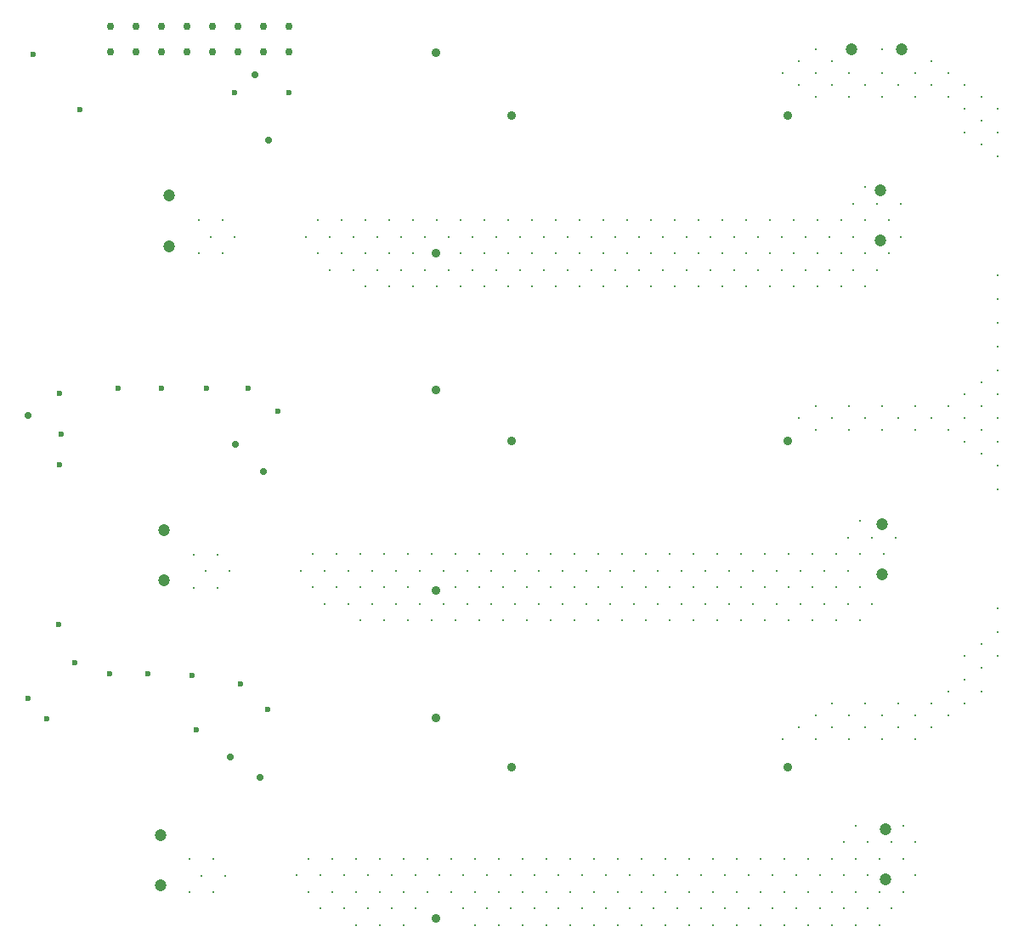
<source format=gbr>
G04 Layer_Color=0*
%FSLAX26Y26*%
%MOIN*%
%TF.FileFunction,Plated,1,2,PTH,Drill*%
%TF.Part,Single*%
G01*
G75*
%TA.AperFunction,ComponentDrill*%
%ADD49C,0.035433*%
%ADD50C,0.035433*%
%ADD51C,0.047244*%
%ADD52C,0.047244*%
%ADD53C,0.030000*%
%TA.AperFunction,ViaDrill,NotFilled*%
%ADD54C,0.011811*%
%ADD55C,0.028000*%
%ADD56C,0.023622*%
D49*
X1863661Y-2945000D02*
D03*
X2946339D02*
D03*
X1863661Y-1667500D02*
D03*
X2946339D02*
D03*
X1863661Y-390000D02*
D03*
X2946339D02*
D03*
D50*
X1565000Y-2751299D02*
D03*
Y-3538701D02*
D03*
Y-1466299D02*
D03*
Y-2253701D02*
D03*
Y-141299D02*
D03*
Y-928701D02*
D03*
D51*
X3393425Y-130000D02*
D03*
X3196575D02*
D03*
D52*
X3330000Y-3188701D02*
D03*
Y-3385552D02*
D03*
X3310000Y-681851D02*
D03*
Y-878702D02*
D03*
X3315000Y-1993701D02*
D03*
Y-2190552D02*
D03*
X485000Y-3408425D02*
D03*
Y-3211575D02*
D03*
X520000Y-901299D02*
D03*
Y-704448D02*
D03*
X500000Y-2213425D02*
D03*
Y-2016575D02*
D03*
D53*
X790000Y-140000D02*
D03*
X890000D02*
D03*
X290000D02*
D03*
X390000D02*
D03*
X490000D02*
D03*
X590000D02*
D03*
X690000D02*
D03*
X990000D02*
D03*
X790000Y-40000D02*
D03*
X890000D02*
D03*
X290000D02*
D03*
X390000D02*
D03*
X490000D02*
D03*
X590000D02*
D03*
X690000D02*
D03*
X990000D02*
D03*
D54*
X693334Y-3307127D02*
D03*
X740000Y-3372127D02*
D03*
X693334Y-3437127D02*
D03*
X646667Y-3372127D02*
D03*
X600001Y-3307127D02*
D03*
Y-3437127D02*
D03*
X708334Y-2112127D02*
D03*
X755000Y-2177127D02*
D03*
X708334Y-2242127D02*
D03*
X661667Y-2177127D02*
D03*
X615001Y-2112127D02*
D03*
Y-2242127D02*
D03*
X635001Y-930000D02*
D03*
Y-800000D02*
D03*
X681667Y-865000D02*
D03*
X728334Y-930000D02*
D03*
X775000Y-865000D02*
D03*
X728334Y-800000D02*
D03*
X2925000Y-221667D02*
D03*
X2990000Y-175000D02*
D03*
X3055000Y-128334D02*
D03*
X3120000Y-175000D02*
D03*
X3055000Y-221667D02*
D03*
X3185000D02*
D03*
X3055000Y-315000D02*
D03*
X2990000Y-268334D02*
D03*
X3185000Y-315000D02*
D03*
X3120000Y-268334D02*
D03*
X3315000Y-315000D02*
D03*
X3250000Y-268334D02*
D03*
X3315000Y-128334D02*
D03*
X3510000Y-175000D02*
D03*
X3575000Y-221667D02*
D03*
X3640000Y-268334D02*
D03*
X3705000Y-315000D02*
D03*
X3770000Y-361667D02*
D03*
X3315000Y-221667D02*
D03*
X3380000Y-268334D02*
D03*
X3445000Y-315000D02*
D03*
X3640000Y-455000D02*
D03*
X3445000Y-221667D02*
D03*
X3510000Y-268334D02*
D03*
X3575000Y-315000D02*
D03*
X3640000Y-361667D02*
D03*
X3705000Y-408333D02*
D03*
Y-501667D02*
D03*
Y-2648330D02*
D03*
X3640000Y-2694997D02*
D03*
X3575000Y-2741663D02*
D03*
X3510000Y-2788330D02*
D03*
X3445000Y-2834997D02*
D03*
X3315000D02*
D03*
X3185000D02*
D03*
X3055000D02*
D03*
X2925000D02*
D03*
X3380000Y-2788330D02*
D03*
X3250000D02*
D03*
X3120000D02*
D03*
X2990000D02*
D03*
X3055000Y-2741663D02*
D03*
X3185000D02*
D03*
X3315000D02*
D03*
X3120000Y-2694997D02*
D03*
X3250000D02*
D03*
X2990000Y-1574998D02*
D03*
X3120000D02*
D03*
X3055000Y-1621665D02*
D03*
Y-1528332D02*
D03*
X3250000Y-1574998D02*
D03*
X3185000Y-1621665D02*
D03*
Y-1528332D02*
D03*
X3315000D02*
D03*
Y-1621665D02*
D03*
X3445000D02*
D03*
X3380000Y-1574998D02*
D03*
Y-2694997D02*
D03*
X3445000Y-2741663D02*
D03*
X3510000Y-2694997D02*
D03*
X3575000Y-2648330D02*
D03*
X3640000Y-2601664D02*
D03*
X3705000Y-2554997D02*
D03*
X3640000Y-2508330D02*
D03*
X3705000Y-2461664D02*
D03*
X3445000Y-1528332D02*
D03*
X3510000Y-1574998D02*
D03*
X3575000Y-1528332D02*
D03*
Y-1621665D02*
D03*
X3640000Y-1481665D02*
D03*
Y-1574998D02*
D03*
Y-1668332D02*
D03*
X3705000Y-1714998D02*
D03*
Y-1621665D02*
D03*
Y-1528332D02*
D03*
Y-1434999D02*
D03*
X3770000Y-2321664D02*
D03*
Y-2414997D02*
D03*
Y-2508330D02*
D03*
Y-1294999D02*
D03*
Y-1388332D02*
D03*
Y-1481665D02*
D03*
Y-1574998D02*
D03*
Y-1668332D02*
D03*
Y-1761665D02*
D03*
Y-1854998D02*
D03*
Y-455000D02*
D03*
Y-548333D02*
D03*
Y-1014999D02*
D03*
Y-1108332D02*
D03*
Y-1201666D02*
D03*
X3388330Y-865000D02*
D03*
X3341663Y-930000D02*
D03*
X3388330Y-735000D02*
D03*
X3228330Y-1980000D02*
D03*
X3274997Y-2045000D02*
D03*
X3368330D02*
D03*
X3321663Y-2110000D02*
D03*
X3228330D02*
D03*
X3181664Y-2045000D02*
D03*
X3274997Y-2305000D02*
D03*
X3228330Y-2240000D02*
D03*
Y-2370000D02*
D03*
X3181664Y-2305000D02*
D03*
X3134997Y-2370000D02*
D03*
X3088330Y-2305000D02*
D03*
X3181664Y-2175000D02*
D03*
X3134997Y-2240000D02*
D03*
Y-2110000D02*
D03*
X3088330Y-2175000D02*
D03*
X3041664Y-2240000D02*
D03*
X2994997Y-2175000D02*
D03*
X3041664Y-2110000D02*
D03*
X2948331D02*
D03*
X3041664Y-2370000D02*
D03*
X2994997Y-2305000D02*
D03*
X2948331Y-2240000D02*
D03*
Y-2370000D02*
D03*
X2901664Y-2305000D02*
D03*
X2854997Y-2370000D02*
D03*
X2901664Y-2175000D02*
D03*
X2854997Y-2240000D02*
D03*
Y-2110000D02*
D03*
X2808331Y-2175000D02*
D03*
X2761664Y-2110000D02*
D03*
X2668331D02*
D03*
X2808331Y-2305000D02*
D03*
X2761664Y-2240000D02*
D03*
Y-2370000D02*
D03*
X2714998Y-2305000D02*
D03*
X2668331Y-2370000D02*
D03*
X2621664Y-2305000D02*
D03*
X2714998Y-2175000D02*
D03*
X2668331Y-2240000D02*
D03*
X2621664Y-2175000D02*
D03*
X2574998Y-2240000D02*
D03*
X2528331Y-2175000D02*
D03*
X2574998Y-2110000D02*
D03*
X2481665D02*
D03*
X2574998Y-2370000D02*
D03*
X2528331Y-2305000D02*
D03*
X2481665Y-2240000D02*
D03*
Y-2370000D02*
D03*
X2434998Y-2305000D02*
D03*
X2388331Y-2370000D02*
D03*
X2341665Y-2305000D02*
D03*
X2434998Y-2175000D02*
D03*
X2388331Y-2240000D02*
D03*
Y-2110000D02*
D03*
X2341665Y-2175000D02*
D03*
X2294998Y-2240000D02*
D03*
X2248332Y-2175000D02*
D03*
X2294998Y-2110000D02*
D03*
X2201665D02*
D03*
X2294998Y-2370000D02*
D03*
X2248332Y-2305000D02*
D03*
X2201665Y-2240000D02*
D03*
Y-2370000D02*
D03*
X2154998Y-2305000D02*
D03*
X2108332Y-2370000D02*
D03*
X2061665Y-2305000D02*
D03*
X2154998Y-2175000D02*
D03*
X2108332Y-2240000D02*
D03*
Y-2110000D02*
D03*
X2061665Y-2175000D02*
D03*
X2014999Y-2240000D02*
D03*
X1968332Y-2175000D02*
D03*
X2014999Y-2110000D02*
D03*
X1921665D02*
D03*
X2014999Y-2370000D02*
D03*
X1968332Y-2305000D02*
D03*
X1921665Y-2240000D02*
D03*
Y-2370000D02*
D03*
X1874999Y-2305000D02*
D03*
X1828332Y-2370000D02*
D03*
X1781666Y-2305000D02*
D03*
X1874999Y-2175000D02*
D03*
X1828332Y-2240000D02*
D03*
Y-2110000D02*
D03*
X1781666Y-2175000D02*
D03*
X1734999Y-2240000D02*
D03*
X1688332Y-2175000D02*
D03*
X1734999Y-2110000D02*
D03*
X1641666D02*
D03*
X1734999Y-2370000D02*
D03*
X1688332Y-2305000D02*
D03*
X1641666Y-2240000D02*
D03*
Y-2370000D02*
D03*
X1594999Y-2305000D02*
D03*
X1548333Y-2370000D02*
D03*
X1501666Y-2305000D02*
D03*
X1594999Y-2175000D02*
D03*
X1548333Y-2110000D02*
D03*
X1501666Y-2175000D02*
D03*
X1454999Y-2240000D02*
D03*
X1408333Y-2175000D02*
D03*
X1454999Y-2110000D02*
D03*
X1361666D02*
D03*
X3399997Y-3175000D02*
D03*
X3353330Y-3240000D02*
D03*
X3446663D02*
D03*
X3399997Y-3305000D02*
D03*
X3446663Y-3370000D02*
D03*
X3399997Y-3435000D02*
D03*
X3306663Y-3305000D02*
D03*
X3259997Y-3240000D02*
D03*
X3213330Y-3175000D02*
D03*
X3166664Y-3240000D02*
D03*
X3353330Y-3500000D02*
D03*
X3306663Y-3435000D02*
D03*
X3259997Y-3370000D02*
D03*
X3213330Y-3305000D02*
D03*
X3306663Y-3565000D02*
D03*
X3259997Y-3500000D02*
D03*
X3213330Y-3435000D02*
D03*
X3166664Y-3370000D02*
D03*
X3119997Y-3305000D02*
D03*
X3213330Y-3565000D02*
D03*
X3166664Y-3500000D02*
D03*
X3119997Y-3435000D02*
D03*
X3073330Y-3370000D02*
D03*
X3026664Y-3305000D02*
D03*
X3119997Y-3565000D02*
D03*
X3073330Y-3500000D02*
D03*
X3026664Y-3435000D02*
D03*
X2979997Y-3370000D02*
D03*
X2933331Y-3305000D02*
D03*
X3026664Y-3565000D02*
D03*
X2979997Y-3500000D02*
D03*
X2933331Y-3435000D02*
D03*
X2886664Y-3370000D02*
D03*
X2839997Y-3305000D02*
D03*
X2933331Y-3565000D02*
D03*
X2886664Y-3500000D02*
D03*
X2839997Y-3435000D02*
D03*
X2793331Y-3370000D02*
D03*
X2746664Y-3305000D02*
D03*
X2839997Y-3565000D02*
D03*
X2793331Y-3500000D02*
D03*
X2746664Y-3435000D02*
D03*
X2699998Y-3370000D02*
D03*
X2653331Y-3305000D02*
D03*
X2746664Y-3565000D02*
D03*
X2699998Y-3500000D02*
D03*
X2653331Y-3435000D02*
D03*
X2606664Y-3370000D02*
D03*
X2559998Y-3305000D02*
D03*
X2653331Y-3565000D02*
D03*
X2606664Y-3500000D02*
D03*
X2559998Y-3435000D02*
D03*
X2513331Y-3370000D02*
D03*
X2466665Y-3305000D02*
D03*
X2559998Y-3565000D02*
D03*
X2513331Y-3500000D02*
D03*
X2466665Y-3435000D02*
D03*
X2419998Y-3370000D02*
D03*
X2373331Y-3305000D02*
D03*
X2466665Y-3565000D02*
D03*
X2419998Y-3500000D02*
D03*
X2373331Y-3435000D02*
D03*
X2326665Y-3370000D02*
D03*
X2279998Y-3305000D02*
D03*
X2373331Y-3565000D02*
D03*
X2326665Y-3500000D02*
D03*
X2279998Y-3435000D02*
D03*
X2233332Y-3370000D02*
D03*
X2186665Y-3305000D02*
D03*
X2279998Y-3565000D02*
D03*
X2233332Y-3500000D02*
D03*
X2186665Y-3435000D02*
D03*
X2139998Y-3370000D02*
D03*
X2093332Y-3305000D02*
D03*
X2186665Y-3565000D02*
D03*
X2139998Y-3500000D02*
D03*
X2093332Y-3435000D02*
D03*
X2046665Y-3370000D02*
D03*
X1999999Y-3305000D02*
D03*
X2093332Y-3565000D02*
D03*
X2046665Y-3500000D02*
D03*
X1999999Y-3435000D02*
D03*
X1953332Y-3370000D02*
D03*
X1906665Y-3305000D02*
D03*
X1999999Y-3565000D02*
D03*
X1953332Y-3500000D02*
D03*
X1906665Y-3435000D02*
D03*
X1859999Y-3370000D02*
D03*
X1813332Y-3305000D02*
D03*
X1906665Y-3565000D02*
D03*
X1859999Y-3500000D02*
D03*
X1813332Y-3435000D02*
D03*
X1766666Y-3370000D02*
D03*
X1719999Y-3305000D02*
D03*
X1813332Y-3565000D02*
D03*
X1766666Y-3500000D02*
D03*
X1719999Y-3435000D02*
D03*
X1673332Y-3370000D02*
D03*
X1626666Y-3305000D02*
D03*
X1719999Y-3565000D02*
D03*
X1673332Y-3500000D02*
D03*
X1626666Y-3435000D02*
D03*
X1579999Y-3370000D02*
D03*
X1533333Y-3305000D02*
D03*
Y-3435000D02*
D03*
X1486666Y-3370000D02*
D03*
X1439999Y-3305000D02*
D03*
X1486666Y-3500000D02*
D03*
X1439999Y-3435000D02*
D03*
X1393333Y-3370000D02*
D03*
X1346666Y-3305000D02*
D03*
X1066667D02*
D03*
X1020000Y-3370000D02*
D03*
X1160000Y-3305000D02*
D03*
X1113333Y-3370000D02*
D03*
X1066667Y-3435000D02*
D03*
X1160000D02*
D03*
X1206666Y-3370000D02*
D03*
X1253333Y-3305000D02*
D03*
Y-3435000D02*
D03*
X1300000Y-3370000D02*
D03*
X1113333Y-3500000D02*
D03*
X1206666D02*
D03*
X1253333Y-3565000D02*
D03*
X1300000Y-3500000D02*
D03*
X1346666Y-3565000D02*
D03*
Y-3435000D02*
D03*
X1393333Y-3500000D02*
D03*
X1439999Y-3565000D02*
D03*
X1081667Y-2110000D02*
D03*
X1035000Y-2175000D02*
D03*
X1175000Y-2110000D02*
D03*
X1128333Y-2175000D02*
D03*
X1081667Y-2240000D02*
D03*
X1175000D02*
D03*
X1221666Y-2175000D02*
D03*
X1268333Y-2110000D02*
D03*
Y-2240000D02*
D03*
X1315000Y-2175000D02*
D03*
X1128333Y-2305000D02*
D03*
X1221666D02*
D03*
X1268333Y-2370000D02*
D03*
X1315000Y-2305000D02*
D03*
X1361666Y-2370000D02*
D03*
Y-2240000D02*
D03*
X1408333Y-2305000D02*
D03*
X1454999Y-2370000D02*
D03*
X3341663Y-800000D02*
D03*
X3294997Y-735000D02*
D03*
X3248330Y-800000D02*
D03*
Y-670000D02*
D03*
X3201664Y-735000D02*
D03*
X3154997Y-800000D02*
D03*
X3201664Y-865000D02*
D03*
X3248330Y-930000D02*
D03*
X3294997Y-995000D02*
D03*
X3061664Y-800000D02*
D03*
X3108330Y-865000D02*
D03*
X3154997Y-930000D02*
D03*
X3201664Y-995000D02*
D03*
X3248330Y-1060000D02*
D03*
X2968331Y-800000D02*
D03*
X3014997Y-865000D02*
D03*
X3061664Y-930000D02*
D03*
X3108330Y-995000D02*
D03*
X3154997Y-1060000D02*
D03*
X2874997Y-800000D02*
D03*
X2921664Y-865000D02*
D03*
X2968331Y-930000D02*
D03*
X3014997Y-995000D02*
D03*
X3061664Y-1060000D02*
D03*
X2781664Y-800000D02*
D03*
X2828331Y-865000D02*
D03*
X2874997Y-930000D02*
D03*
X2921664Y-995000D02*
D03*
X2968331Y-1060000D02*
D03*
X2688331Y-800000D02*
D03*
X2734998Y-865000D02*
D03*
X2781664Y-930000D02*
D03*
X2828331Y-995000D02*
D03*
X2874997Y-1060000D02*
D03*
X2594998Y-800000D02*
D03*
X2641664Y-865000D02*
D03*
X2688331Y-930000D02*
D03*
X2734998Y-995000D02*
D03*
X2781664Y-1060000D02*
D03*
X2501665Y-800000D02*
D03*
X2548331Y-865000D02*
D03*
X2594998Y-930000D02*
D03*
X2641664Y-995000D02*
D03*
X2688331Y-1060000D02*
D03*
X2408331Y-800000D02*
D03*
X2454998Y-865000D02*
D03*
X2501665Y-930000D02*
D03*
X2548331Y-995000D02*
D03*
X2594998Y-1060000D02*
D03*
X2314998Y-800000D02*
D03*
X2361665Y-865000D02*
D03*
X2408331Y-930000D02*
D03*
X2454998Y-995000D02*
D03*
X2501665Y-1060000D02*
D03*
X2221665Y-800000D02*
D03*
X2268332Y-865000D02*
D03*
X2314998Y-930000D02*
D03*
X2361665Y-995000D02*
D03*
X2408331Y-1060000D02*
D03*
X2128332Y-800000D02*
D03*
X2174998Y-865000D02*
D03*
X2221665Y-930000D02*
D03*
X2268332Y-995000D02*
D03*
X2314998Y-1060000D02*
D03*
X2034999Y-800000D02*
D03*
X2081665Y-865000D02*
D03*
X2128332Y-930000D02*
D03*
X2174998Y-995000D02*
D03*
X2221665Y-1060000D02*
D03*
X1941665Y-800000D02*
D03*
X1988332Y-865000D02*
D03*
X2034999Y-930000D02*
D03*
X2081665Y-995000D02*
D03*
X2128332Y-1060000D02*
D03*
X1848332Y-800000D02*
D03*
X1894999Y-865000D02*
D03*
X1941665Y-930000D02*
D03*
X1988332Y-995000D02*
D03*
X2034999Y-1060000D02*
D03*
X1754999Y-800000D02*
D03*
X1801666Y-865000D02*
D03*
X1848332Y-930000D02*
D03*
X1894999Y-995000D02*
D03*
X1941665Y-1060000D02*
D03*
X1661666Y-800000D02*
D03*
X1708332Y-865000D02*
D03*
X1754999Y-930000D02*
D03*
X1801666Y-995000D02*
D03*
X1848332Y-1060000D02*
D03*
X1568333Y-800000D02*
D03*
X1614999Y-865000D02*
D03*
X1661666Y-930000D02*
D03*
X1708332Y-995000D02*
D03*
X1754999Y-1060000D02*
D03*
X1474999Y-800000D02*
D03*
X1521666Y-865000D02*
D03*
X1614999Y-995000D02*
D03*
X1661666Y-1060000D02*
D03*
X1381666Y-800000D02*
D03*
X1428333Y-865000D02*
D03*
X1474999Y-930000D02*
D03*
X1521666Y-995000D02*
D03*
X1568333Y-1060000D02*
D03*
X1474999D02*
D03*
X1428333Y-995000D02*
D03*
X1381666Y-930000D02*
D03*
Y-1060000D02*
D03*
X1335000Y-995000D02*
D03*
X1288333Y-1060000D02*
D03*
X1241666Y-995000D02*
D03*
X1148333D02*
D03*
X1335000Y-865000D02*
D03*
X1288333Y-930000D02*
D03*
Y-800000D02*
D03*
X1241666Y-865000D02*
D03*
X1195000Y-930000D02*
D03*
X1101667D02*
D03*
X1148333Y-865000D02*
D03*
X1195000Y-800000D02*
D03*
X1055000Y-865000D02*
D03*
X1101667Y-800000D02*
D03*
D55*
X875000Y-2985000D02*
D03*
X890000Y-1785000D02*
D03*
X760000Y-2905000D02*
D03*
X780000Y-1680000D02*
D03*
X-35000Y-1565000D02*
D03*
X910000Y-485000D02*
D03*
X855000Y-230000D02*
D03*
D56*
X625000Y-2800000D02*
D03*
X40000Y-2755000D02*
D03*
X-35000Y-2675000D02*
D03*
X905000Y-2720000D02*
D03*
X800000Y-2620000D02*
D03*
X610000Y-2585000D02*
D03*
X435000Y-2580000D02*
D03*
X285000D02*
D03*
X150000Y-2535000D02*
D03*
X85000Y-2385000D02*
D03*
X90000Y-1760000D02*
D03*
X95000Y-1640000D02*
D03*
X90000Y-1480000D02*
D03*
X320000Y-1460000D02*
D03*
X490000D02*
D03*
X665000D02*
D03*
X830000D02*
D03*
X945000Y-1550000D02*
D03*
X170000Y-365000D02*
D03*
X-15000Y-150000D02*
D03*
X775000Y-300000D02*
D03*
X990000D02*
D03*
%TF.MD5,b9efd1d673a88d526b205e731d744402*%
M02*

</source>
